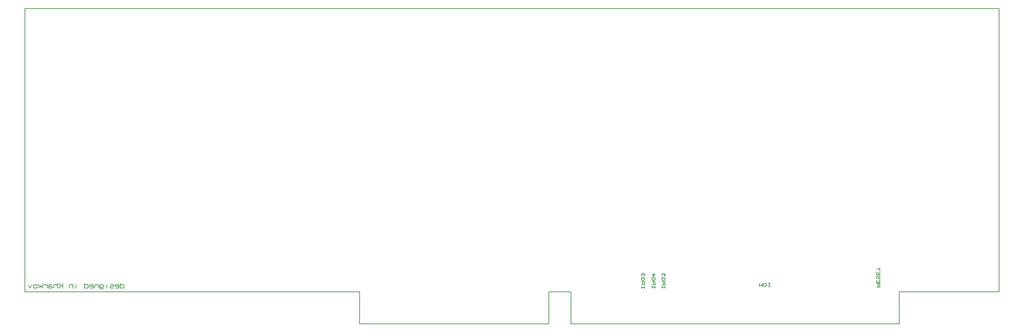
<source format=gbr>
G04 PROTEUS GERBER X2 FILE*
%TF.GenerationSoftware,Labcenter,Proteus,8.9-SP2-Build28501*%
%TF.CreationDate,2021-04-09T23:18:08+00:00*%
%TF.FileFunction,Legend,Bot*%
%TF.FilePolarity,Positive*%
%TF.Part,Single*%
%TF.SameCoordinates,{17eb0ee2-30aa-48b8-b423-7eda7b5b8fc9}*%
%FSLAX45Y45*%
%MOMM*%
G01*
%TA.AperFunction,Material*%
%ADD23C,0.203200*%
%TA.AperFunction,Profile*%
%ADD21C,0.203200*%
%TD.AperFunction*%
D23*
X-7221700Y+1151600D02*
X-7272500Y+1151600D01*
X-7247100Y+1151600D02*
X-7247100Y+1075400D01*
X-7221700Y+1075400D02*
X-7272500Y+1075400D01*
X-7310600Y+1126200D02*
X-7336000Y+1151600D01*
X-7361400Y+1151600D01*
X-7386800Y+1126200D01*
X-7386800Y+1100800D01*
X-7361400Y+1075400D01*
X-7336000Y+1075400D01*
X-7310600Y+1100800D01*
X-7310600Y+1126200D01*
X-7412200Y+1151600D02*
X-7412200Y+1075400D01*
X-7450300Y+1113500D01*
X-7488400Y+1075400D01*
X-7488400Y+1151600D01*
X-4575600Y+1065000D02*
X-4499400Y+1065000D01*
X-4499400Y+1128500D01*
X-4512100Y+1141200D01*
X-4524800Y+1141200D01*
X-4537500Y+1128500D01*
X-4537500Y+1065000D01*
X-4537500Y+1128500D02*
X-4550200Y+1141200D01*
X-4575600Y+1141200D01*
X-4575600Y+1242800D02*
X-4575600Y+1166600D01*
X-4499400Y+1166600D01*
X-4499400Y+1242800D01*
X-4537500Y+1166600D02*
X-4537500Y+1217400D01*
X-4562900Y+1268200D02*
X-4575600Y+1280900D01*
X-4575600Y+1331700D01*
X-4562900Y+1344400D01*
X-4550200Y+1344400D01*
X-4537500Y+1331700D01*
X-4537500Y+1280900D01*
X-4524800Y+1268200D01*
X-4512100Y+1268200D01*
X-4499400Y+1280900D01*
X-4499400Y+1331700D01*
X-4512100Y+1344400D01*
X-4575600Y+1446000D02*
X-4575600Y+1369800D01*
X-4499400Y+1369800D01*
X-4499400Y+1446000D01*
X-4537500Y+1369800D02*
X-4537500Y+1420600D01*
X-4499400Y+1471400D02*
X-4499400Y+1547600D01*
X-4499400Y+1509500D02*
X-4575600Y+1509500D01*
X-10345400Y+1027700D02*
X-10345400Y+1078500D01*
X-10345400Y+1053100D02*
X-10421600Y+1053100D01*
X-10421600Y+1027700D02*
X-10421600Y+1078500D01*
X-10421600Y+1116600D02*
X-10345400Y+1116600D01*
X-10345400Y+1180100D01*
X-10358100Y+1192800D01*
X-10370800Y+1192800D01*
X-10383500Y+1180100D01*
X-10383500Y+1116600D01*
X-10383500Y+1180100D02*
X-10396200Y+1192800D01*
X-10421600Y+1192800D01*
X-10370800Y+1218200D02*
X-10345400Y+1243600D01*
X-10345400Y+1269000D01*
X-10370800Y+1294400D01*
X-10396200Y+1294400D01*
X-10421600Y+1269000D01*
X-10421600Y+1243600D01*
X-10396200Y+1218200D01*
X-10370800Y+1218200D01*
X-10396200Y+1269000D02*
X-10421600Y+1294400D01*
X-10358100Y+1332500D02*
X-10345400Y+1345200D01*
X-10345400Y+1383300D01*
X-10358100Y+1396000D01*
X-10370800Y+1396000D01*
X-10383500Y+1383300D01*
X-10396200Y+1396000D01*
X-10408900Y+1396000D01*
X-10421600Y+1383300D01*
X-10421600Y+1345200D01*
X-10408900Y+1332500D01*
X-10383500Y+1357900D02*
X-10383500Y+1383300D01*
X-10083400Y+1031700D02*
X-10083400Y+1082500D01*
X-10083400Y+1057100D02*
X-10159600Y+1057100D01*
X-10159600Y+1031700D02*
X-10159600Y+1082500D01*
X-10159600Y+1120600D02*
X-10083400Y+1120600D01*
X-10083400Y+1184100D01*
X-10096100Y+1196800D01*
X-10108800Y+1196800D01*
X-10121500Y+1184100D01*
X-10121500Y+1120600D01*
X-10121500Y+1184100D02*
X-10134200Y+1196800D01*
X-10159600Y+1196800D01*
X-10108800Y+1222200D02*
X-10083400Y+1247600D01*
X-10083400Y+1273000D01*
X-10108800Y+1298400D01*
X-10134200Y+1298400D01*
X-10159600Y+1273000D01*
X-10159600Y+1247600D01*
X-10134200Y+1222200D01*
X-10108800Y+1222200D01*
X-10134200Y+1273000D02*
X-10159600Y+1298400D01*
X-10134200Y+1400000D02*
X-10134200Y+1323800D01*
X-10083400Y+1374600D01*
X-10159600Y+1374600D01*
X-9834400Y+1032700D02*
X-9834400Y+1083500D01*
X-9834400Y+1058100D02*
X-9910600Y+1058100D01*
X-9910600Y+1032700D02*
X-9910600Y+1083500D01*
X-9910600Y+1121600D02*
X-9834400Y+1121600D01*
X-9834400Y+1185100D01*
X-9847100Y+1197800D01*
X-9859800Y+1197800D01*
X-9872500Y+1185100D01*
X-9872500Y+1121600D01*
X-9872500Y+1185100D02*
X-9885200Y+1197800D01*
X-9910600Y+1197800D01*
X-9859800Y+1223200D02*
X-9834400Y+1248600D01*
X-9834400Y+1274000D01*
X-9859800Y+1299400D01*
X-9885200Y+1299400D01*
X-9910600Y+1274000D01*
X-9910600Y+1248600D01*
X-9885200Y+1223200D01*
X-9859800Y+1223200D01*
X-9885200Y+1274000D02*
X-9910600Y+1299400D01*
X-9834400Y+1401000D02*
X-9834400Y+1337500D01*
X-9859800Y+1337500D01*
X-9859800Y+1388300D01*
X-9872500Y+1401000D01*
X-9897900Y+1401000D01*
X-9910600Y+1388300D01*
X-9910600Y+1350200D01*
X-9897900Y+1337500D01*
X-23370250Y+1096400D02*
X-23354375Y+1116720D01*
X-23290875Y+1116720D01*
X-23275000Y+1096400D01*
X-23275000Y+1055760D01*
X-23290875Y+1035440D01*
X-23354375Y+1035440D01*
X-23370250Y+1055760D01*
X-23370250Y+1035440D02*
X-23370250Y+1157360D01*
X-23402000Y+1076080D02*
X-23497250Y+1076080D01*
X-23497250Y+1096400D01*
X-23481375Y+1116720D01*
X-23417875Y+1116720D01*
X-23402000Y+1096400D01*
X-23402000Y+1055760D01*
X-23417875Y+1035440D01*
X-23481375Y+1035440D01*
X-23608375Y+1116720D02*
X-23544875Y+1116720D01*
X-23529000Y+1096400D01*
X-23544875Y+1076080D01*
X-23608375Y+1076080D01*
X-23624250Y+1055760D01*
X-23608375Y+1035440D01*
X-23529000Y+1035440D01*
X-23703625Y+1116720D02*
X-23703625Y+1035440D01*
X-23703625Y+1157360D02*
X-23703625Y+1157360D01*
X-23878250Y+1096400D02*
X-23862375Y+1116720D01*
X-23798875Y+1116720D01*
X-23783000Y+1096400D01*
X-23783000Y+1076080D01*
X-23798875Y+1055760D01*
X-23862375Y+1055760D01*
X-23878250Y+1076080D01*
X-23878250Y+1116720D02*
X-23878250Y+1035440D01*
X-23862375Y+1015120D01*
X-23783000Y+1015120D01*
X-23910000Y+1035440D02*
X-23910000Y+1116720D01*
X-23910000Y+1096400D02*
X-23925875Y+1116720D01*
X-23989375Y+1116720D01*
X-24005250Y+1096400D01*
X-24005250Y+1035440D01*
X-24037000Y+1076080D02*
X-24132250Y+1076080D01*
X-24132250Y+1096400D01*
X-24116375Y+1116720D01*
X-24052875Y+1116720D01*
X-24037000Y+1096400D01*
X-24037000Y+1055760D01*
X-24052875Y+1035440D01*
X-24116375Y+1035440D01*
X-24259250Y+1096400D02*
X-24243375Y+1116720D01*
X-24179875Y+1116720D01*
X-24164000Y+1096400D01*
X-24164000Y+1055760D01*
X-24179875Y+1035440D01*
X-24243375Y+1035440D01*
X-24259250Y+1055760D01*
X-24259250Y+1035440D02*
X-24259250Y+1157360D01*
X-24465625Y+1116720D02*
X-24465625Y+1035440D01*
X-24465625Y+1157360D02*
X-24465625Y+1157360D01*
X-24545000Y+1035440D02*
X-24545000Y+1116720D01*
X-24545000Y+1096400D02*
X-24560875Y+1116720D01*
X-24624375Y+1116720D01*
X-24640250Y+1096400D01*
X-24640250Y+1035440D01*
X-24799000Y+1157360D02*
X-24799000Y+1035440D01*
X-24894250Y+1157360D02*
X-24846625Y+1096400D01*
X-24894250Y+1035440D01*
X-24799000Y+1096400D02*
X-24846625Y+1096400D01*
X-25021250Y+1035440D02*
X-25021250Y+1096400D01*
X-25005375Y+1116720D01*
X-24941875Y+1116720D01*
X-24926000Y+1096400D01*
X-24926000Y+1157360D02*
X-24926000Y+1035440D01*
X-25068875Y+1116720D02*
X-25132375Y+1116720D01*
X-25148250Y+1096400D01*
X-25148250Y+1035440D01*
X-25068875Y+1035440D01*
X-25053000Y+1055760D01*
X-25068875Y+1076080D01*
X-25148250Y+1076080D01*
X-25180000Y+1035440D02*
X-25180000Y+1116720D01*
X-25180000Y+1096400D02*
X-25195875Y+1116720D01*
X-25259375Y+1116720D01*
X-25275250Y+1096400D01*
X-25307000Y+1157360D02*
X-25307000Y+1035440D01*
X-25307000Y+1055760D02*
X-25402250Y+1116720D01*
X-25338750Y+1076080D02*
X-25402250Y+1035440D01*
X-25434000Y+1096400D02*
X-25449875Y+1116720D01*
X-25513375Y+1116720D01*
X-25529250Y+1096400D01*
X-25529250Y+1055760D01*
X-25513375Y+1035440D01*
X-25449875Y+1035440D01*
X-25434000Y+1055760D01*
X-25434000Y+1096400D01*
X-25561000Y+1116720D02*
X-25608625Y+1035440D01*
X-25656250Y+1116720D01*
D21*
X-4020000Y+940000D02*
X-1537000Y+940000D01*
X-1537000Y+7990000D01*
X-25739000Y+7990000D01*
X-25739000Y+940000D01*
X-12170000Y+150000D02*
X-12170000Y+940000D01*
X-17420000Y+940000D02*
X-25739000Y+940000D01*
X-12170000Y+150000D02*
X-4020000Y+150000D01*
X-4020000Y+940000D01*
X-12720000Y+150000D02*
X-12720000Y+940000D01*
X-12170000Y+940000D01*
X-17420000Y+940000D02*
X-17420000Y+150000D01*
X-12720000Y+150000D01*
M02*

</source>
